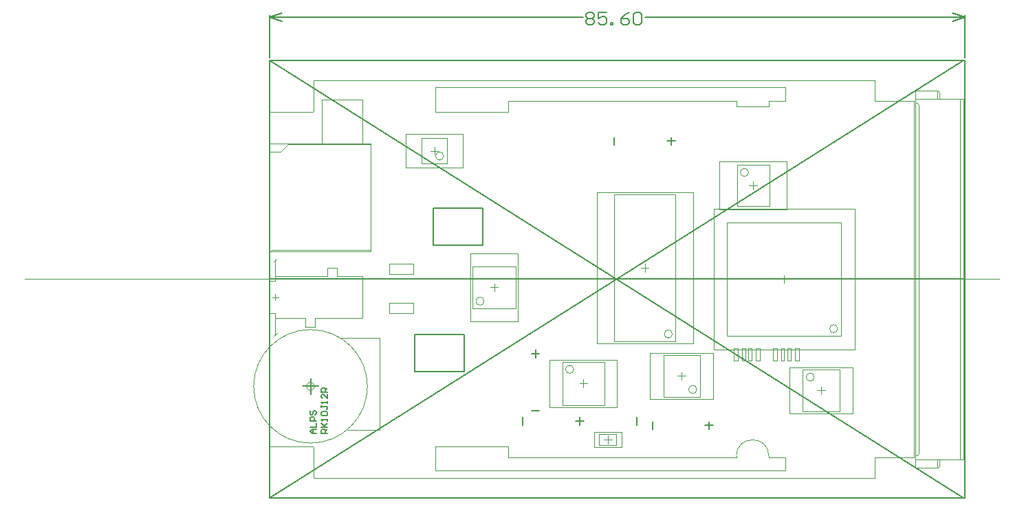
<source format=gko>
G04*
G04 #@! TF.GenerationSoftware,Altium Limited,Altium Designer,18.0.7 (293)*
G04*
G04 Layer_Color=16711935*
%FSLAX25Y25*%
%MOIN*%
G70*
G01*
G75*
%ADD14C,0.00591*%
%ADD15C,0.00591*%
%ADD16C,0.00800*%
%ADD18C,0.00394*%
%ADD19C,0.00197*%
%ADD20C,0.00600*%
D14*
X-312823Y94500D02*
X-312811Y94488D01*
X-312823Y-0D02*
X24185D01*
X-312823Y106299D02*
X23398Y-106299D01*
X-312823D02*
X23398Y106299D01*
X-312823D02*
X24185D01*
Y-106299D02*
Y106299D01*
X-312823Y-106299D02*
Y106299D01*
Y-106299D02*
X24185D01*
X-296937Y-52000D02*
X-289063D01*
X-293000Y-55937D02*
Y-48063D01*
D15*
X-218500Y-45000D02*
Y-27000D01*
X-242500Y-27000D02*
X-218500D01*
X-242500Y-45000D02*
Y-27000D01*
X-242500Y-45000D02*
X-218500D01*
X-233500Y34500D02*
X-233500Y34500D01*
X-209500D01*
X-209500Y34500D02*
X-209500Y34500D01*
X-209500Y16500D02*
Y34500D01*
X-233500Y16500D02*
X-209500D01*
X-233500D02*
X-233500Y16500D01*
Y34500D01*
D16*
X-290264Y-74822D02*
X-292263D01*
X-293263Y-73822D01*
X-292263Y-72823D01*
X-290264D01*
X-291763D01*
Y-74822D01*
X-293263Y-71823D02*
X-290264D01*
Y-69824D01*
Y-68824D02*
X-293263D01*
Y-67325D01*
X-292763Y-66825D01*
X-291763D01*
X-291263Y-67325D01*
Y-68824D01*
X-292763Y-63826D02*
X-293263Y-64325D01*
Y-65325D01*
X-292763Y-65825D01*
X-292263D01*
X-291763Y-65325D01*
Y-64325D01*
X-291263Y-63826D01*
X-290764D01*
X-290264Y-64325D01*
Y-65325D01*
X-290764Y-65825D01*
X-284745Y-74822D02*
X-287744D01*
Y-73322D01*
X-287244Y-72823D01*
X-286244D01*
X-285745Y-73322D01*
Y-74822D01*
Y-73822D02*
X-284745Y-72823D01*
X-287744Y-71823D02*
X-284745D01*
X-285745D01*
X-287744Y-69824D01*
X-286244Y-71323D01*
X-284745Y-69824D01*
Y-68824D02*
Y-67824D01*
Y-68324D01*
X-287744D01*
X-287244Y-68824D01*
Y-66325D02*
X-287744Y-65825D01*
Y-64825D01*
X-287244Y-64325D01*
X-285245D01*
X-284745Y-64825D01*
Y-65825D01*
X-285245Y-66325D01*
X-287244D01*
X-287744Y-61326D02*
Y-62326D01*
Y-61826D01*
X-285245D01*
X-284745Y-62326D01*
Y-62826D01*
X-285245Y-63326D01*
X-284745Y-60327D02*
Y-59327D01*
Y-59827D01*
X-287744D01*
X-287244Y-60327D01*
X-284745Y-55828D02*
Y-57828D01*
X-286744Y-55828D01*
X-287244D01*
X-287744Y-56328D01*
Y-57328D01*
X-287244Y-57828D01*
X-284745Y-54829D02*
X-287744D01*
Y-53329D01*
X-287244Y-52829D01*
X-286244D01*
X-285745Y-53329D01*
Y-54829D01*
Y-53829D02*
X-284745Y-52829D01*
X-118252Y65031D02*
Y68968D01*
X-120220Y67000D02*
X-116284D01*
X-145811Y65031D02*
Y68968D01*
X-99752Y-72969D02*
Y-69032D01*
X-101720Y-71000D02*
X-97783D01*
X-127311Y-72969D02*
Y-69032D01*
X-185968Y-36252D02*
X-182032D01*
X-184000Y-38221D02*
Y-34284D01*
X-185968Y-63811D02*
X-182032D01*
X-162548Y-70868D02*
Y-66931D01*
X-164516Y-68900D02*
X-160580D01*
X-134989Y-70868D02*
Y-66931D01*
X-162552Y-70868D02*
Y-66931D01*
X-164521Y-68900D02*
X-160583D01*
X-190111Y-70868D02*
Y-66931D01*
D18*
X-70866Y-85827D02*
G03*
X-86614Y-85827I-7874J0D01*
G01*
X-307677Y61823D02*
X-304000Y65500D01*
X-313000Y61823D02*
X-307677D01*
X-313000D02*
Y81201D01*
X-304000Y65500D02*
X-264000D01*
Y14000D02*
Y65500D01*
X-312000Y14000D02*
X-264000D01*
X-313000Y13000D02*
X-312000Y14000D01*
X-313000Y-862D02*
Y13000D01*
X-291701Y-81201D02*
X-291500Y-81402D01*
Y-96457D02*
Y-81402D01*
X-310098Y-18972D02*
Y-16610D01*
X-313000D02*
X-310098D01*
Y-18972D02*
X-295532D01*
X-313000Y-862D02*
X-310098D01*
Y1500D01*
X-291701Y81201D02*
X-291500Y81402D01*
X-313000Y-40600D02*
Y-16610D01*
X-295532Y-23106D02*
Y-18972D01*
Y-23106D02*
X-290807D01*
Y-18972D01*
X-267972D01*
Y1500D01*
X-280177D02*
X-267972D01*
X-280177D02*
Y5634D01*
X-284902D02*
X-280177D01*
X-284902Y1500D02*
Y5634D01*
X-310098Y1500D02*
X-284902D01*
X-313000Y-81201D02*
Y-40600D01*
X-232445Y96457D02*
X-59543D01*
X-232445Y93000D02*
X-63000D01*
X-232445Y81201D02*
Y93000D01*
X-291500Y96457D02*
X-232445D01*
X-63000Y86614D02*
Y93000D01*
X-59543Y96457D02*
X-19685D01*
X-63000Y-93000D02*
Y-86614D01*
X-291500Y-96457D02*
X-19685D01*
X-232445Y-93000D02*
Y-81201D01*
Y-93000D02*
X-63000D01*
X-19685Y86614D02*
X-500D01*
X-19685Y-86614D02*
X-500D01*
X-218500Y-45000D02*
Y-27000D01*
X-242500D02*
X-218500D01*
X-242500Y-45000D02*
Y-27000D01*
Y-45000D02*
X-218500D01*
X-233500Y34500D02*
X-233500Y34500D01*
X-209500D01*
Y16500D02*
Y34500D01*
X-209500Y16500D02*
X-209500Y16500D01*
X-233500Y16500D02*
X-209500D01*
X-233500D02*
Y34500D01*
X-63000Y86614D02*
X-63000Y86614D01*
X-70866Y86614D02*
X-63000D01*
X-19685Y86614D02*
Y96457D01*
X-70866Y-86614D02*
X-63000D01*
X-19685Y-96457D02*
Y-86614D01*
X-232445Y81201D02*
X-197244D01*
X-313000D02*
X-291701D01*
X-291500Y81402D02*
Y96457D01*
X-232445Y-81201D02*
X-197244D01*
X-313000D02*
X-291701D01*
X-197244Y81201D02*
Y86614D01*
Y-86614D02*
X-86614D01*
X-70866D02*
Y-85827D01*
X-86614Y-86614D02*
Y-85827D01*
X-197244Y-86614D02*
Y-81201D01*
X-500Y86614D02*
X-500Y-86614D01*
X-197244Y86614D02*
X-86614D01*
X-70866Y83858D02*
Y86614D01*
X-86614Y83858D02*
Y86614D01*
Y83858D02*
X-70866D01*
X-265441Y-52000D02*
G03*
X-265441Y-52000I-27559J0D01*
G01*
X-291032D02*
G03*
X-291032Y-52000I-1969J0D01*
G01*
X-117614Y-26587D02*
G03*
X-117614Y-26587I-1969J0D01*
G01*
X-228472Y59741D02*
G03*
X-228472Y59741I-1969J0D01*
G01*
X-208921Y-10693D02*
G03*
X-208921Y-10693I-1969J0D01*
G01*
X-48847Y-47504D02*
G03*
X-48847Y-47504I-1969J0D01*
G01*
X-105816Y-53496D02*
G03*
X-105816Y-53496I-1969J0D01*
G01*
X-80762Y51799D02*
G03*
X-80762Y51799I-1969J0D01*
G01*
X-165424Y-43710D02*
G03*
X-165424Y-43710I-1969J0D01*
G01*
X-37516Y-24016D02*
G03*
X-37516Y-24016I-1969J0D01*
G01*
X-431500Y0D02*
X40945Y-0D01*
X-313213Y13500D02*
Y65665D01*
X-264000D01*
Y13500D02*
Y65665D01*
X-313213Y13500D02*
X-264000D01*
X-267936Y65664D02*
Y87318D01*
X-287622D02*
X-267936D01*
X-287622Y65787D02*
Y87318D01*
Y65787D02*
X-287500Y65665D01*
X-259535Y-73063D02*
Y-28378D01*
X-275284Y-73063D02*
X-259535D01*
X-278827Y-28378D02*
X-259535D01*
X-145961Y41130D02*
X-116039D01*
X-145961Y-30130D02*
X-116039D01*
X-145961D02*
Y41130D01*
X-116039Y-30130D02*
Y41130D01*
X-226898Y56197D02*
Y68402D01*
X-239102Y56197D02*
Y68402D01*
Y56197D02*
X-226898D01*
X-239102Y68402D02*
X-226898D01*
X-193567Y-14236D02*
Y6236D01*
X-214433Y-14236D02*
Y6236D01*
X-193567D01*
X-214433Y-14236D02*
X-193567D01*
X-254748Y7480D02*
X-243252D01*
X-254748Y2362D02*
X-243252D01*
Y7480D01*
X-254748Y2362D02*
Y7480D01*
X-243252D01*
X-254748Y2362D02*
X-243252D01*
Y7480D01*
X-254748Y2362D02*
Y7480D01*
Y2362D02*
Y7480D01*
X-243252Y2362D02*
Y7480D01*
X-254748Y2362D02*
X-243252D01*
X-254748Y7480D02*
X-243252D01*
X-254748Y-16559D02*
X-243252D01*
X-254748Y-11441D02*
X-243252D01*
X-254748Y-16559D02*
Y-11441D01*
X-243252Y-16559D02*
Y-11441D01*
X-254748Y-16559D02*
X-243252D01*
X-254748Y-11441D02*
X-243252D01*
X-254748Y-16559D02*
Y-11441D01*
X-243252Y-16559D02*
Y-11441D01*
Y-16559D02*
Y-11441D01*
X-254748Y-16559D02*
Y-11441D01*
X-243252D01*
X-254748Y-16559D02*
X-243252D01*
X-54358Y-64039D02*
Y-43961D01*
X-36642Y-64039D02*
Y-43961D01*
X-54358D02*
X-36642D01*
X-54358Y-64039D02*
X-36642D01*
X-104242Y-57039D02*
Y-36961D01*
X-121958Y-57039D02*
Y-36961D01*
Y-57039D02*
X-104242D01*
X-121958Y-36961D02*
X-104242D01*
X-86274Y35658D02*
X-70526D01*
X-86274Y55343D02*
X-70526D01*
Y35658D02*
Y55343D01*
X-86274Y35658D02*
Y55343D01*
X-153034Y-80359D02*
X-144766D01*
X-153034Y-75241D02*
X-144766D01*
Y-80359D02*
Y-75241D01*
X-153034Y-80359D02*
Y-75241D01*
X-310886Y-27634D02*
X-309311Y-26059D01*
X-310886Y8587D02*
X-309311Y10161D01*
X-310098Y1500D02*
Y9374D01*
Y-26847D02*
Y-18972D01*
X-290807D02*
X-267972D01*
X-290807Y-23106D02*
Y-18972D01*
X-295532Y-23106D02*
X-290807D01*
X-295532D02*
Y-18972D01*
X-310098D02*
X-295532D01*
X-310098Y1500D02*
X-284902D01*
Y5634D01*
X-280177D01*
Y1500D02*
Y5634D01*
Y1500D02*
X-267972D01*
Y-18972D02*
Y1500D01*
X-170936Y-61033D02*
X-150464D01*
X-170936Y-40167D02*
X-150464D01*
Y-61033D02*
Y-40167D01*
X-170936Y-61033D02*
Y-40167D01*
X-91059Y-27559D02*
X-35941D01*
X-91059Y27559D02*
X-35941D01*
Y-27559D02*
Y27559D01*
X-91059Y-27559D02*
Y27559D01*
X0Y-85630D02*
X984D01*
X1969Y-84646D01*
Y0D01*
Y84646D01*
X984Y85630D02*
X1969Y84646D01*
X0Y85630D02*
X984D01*
X0Y-91339D02*
X10827D01*
X11024D01*
X11811Y-90551D01*
Y-87402D01*
Y87402D02*
X11811Y87402D01*
X11811Y87402D02*
Y90551D01*
X11024Y91339D02*
X11811Y90551D01*
X10827Y91339D02*
X11024D01*
X0D02*
X10827D01*
X23622Y-87402D02*
Y87402D01*
X0Y-87402D02*
X23622D01*
X0Y87402D02*
X23622D01*
X0Y-91339D02*
Y91339D01*
X21850Y-87402D02*
Y87402D01*
X10827Y-91240D02*
Y-87598D01*
Y-91240D02*
X10925Y-91339D01*
X10827Y87402D02*
Y91339D01*
X-14764Y0D02*
X25591D01*
X-131000Y3531D02*
Y7468D01*
X-132968Y5500D02*
X-129032D01*
X-234968Y62300D02*
X-231031D01*
X-233000Y60331D02*
Y64268D01*
X-205968Y-4000D02*
X-202031D01*
X-204000Y-5968D02*
Y-2032D01*
X-47469Y-54000D02*
X-43532D01*
X-45500Y-55968D02*
Y-52031D01*
X-115068Y-47000D02*
X-111132D01*
X-113100Y-48968D02*
Y-45031D01*
X-78400Y43532D02*
Y47469D01*
X-80369Y45500D02*
X-76432D01*
X-148900Y-79769D02*
Y-75832D01*
X-150868Y-77800D02*
X-146932D01*
X-310098Y-10311D02*
Y-7161D01*
X-311673Y-8736D02*
X-308524D01*
X-160700Y-52569D02*
Y-48632D01*
X-162669Y-50600D02*
X-158731D01*
X-63500Y-1969D02*
Y1969D01*
X-65469Y0D02*
X-61532D01*
D19*
X-68899Y-33350D02*
X-66931Y-33350D01*
X-64962Y-33350D02*
X-63387D01*
X-61813D02*
X-60238D01*
X-58269D02*
X-56300Y-33350D01*
X-58269Y-39650D02*
X-56300Y-39649D01*
X-61813Y-39650D02*
X-60238D01*
X-64962Y-39650D02*
X-63387D01*
X-68899Y-39649D02*
X-66931Y-39650D01*
Y-33350D01*
X-64962Y-39650D02*
Y-33350D01*
X-63387Y-39650D02*
Y-33350D01*
X-61813Y-39650D02*
X-61813Y-33350D01*
X-60238D02*
X-60238Y-39650D01*
X-58269Y-39650D02*
Y-33350D01*
X-68899Y-39649D02*
Y-33350D01*
X-56300Y-39649D02*
Y-33350D01*
X-87799D02*
X-85831Y-33350D01*
X-83862Y-33350D02*
X-82287D01*
X-80713Y-33350D02*
X-79138D01*
X-77169Y-33350D02*
X-75200Y-33350D01*
X-77169Y-39650D02*
X-75200Y-39649D01*
X-80713Y-39650D02*
X-79138D01*
X-83862D02*
X-82287Y-39650D01*
X-87799Y-39649D02*
X-85831Y-39650D01*
Y-33350D01*
X-83862Y-33350D02*
X-83862Y-39650D01*
X-82287Y-39650D02*
Y-33350D01*
X-80713Y-39650D02*
Y-33350D01*
X-79138Y-39650D02*
Y-33350D01*
X-77169Y-39650D02*
Y-33350D01*
X-87799Y-39649D02*
Y-33350D01*
X-75200Y-39649D02*
Y-33350D01*
X-154327Y42114D02*
X-107673D01*
X-154327Y-31114D02*
X-107673D01*
X-154327D02*
Y42114D01*
X-107673Y-31114D02*
Y42114D01*
X-219024Y54229D02*
Y70370D01*
X-246976Y54229D02*
Y70370D01*
Y54229D02*
X-219024D01*
X-246976Y70370D02*
X-219024D01*
X-192583Y-20339D02*
Y12339D01*
X-215417Y-20339D02*
Y12339D01*
X-192583D01*
X-215417Y-20339D02*
X-192583D01*
X-60854Y-65024D02*
Y-42976D01*
X-30146Y-65024D02*
Y-42976D01*
X-60854D02*
X-30146D01*
X-60854Y-65024D02*
X-30146D01*
X-97746Y-58024D02*
Y-35976D01*
X-128454Y-58024D02*
Y-35976D01*
Y-58024D02*
X-97746D01*
X-128454Y-35976D02*
X-97746D01*
X-94739Y33689D02*
X-62061D01*
X-94739Y57311D02*
X-62061D01*
Y33689D02*
Y57311D01*
X-94739Y33689D02*
Y57311D01*
X-155593Y-81540D02*
X-142207D01*
X-155593Y-74060D02*
X-142207D01*
Y-81540D02*
Y-74060D01*
X-155593Y-81540D02*
Y-74060D01*
X-177039Y-62017D02*
X-144361D01*
X-177039Y-39183D02*
X-144361D01*
Y-62017D02*
Y-39183D01*
X-177039Y-62017D02*
Y-39183D01*
X-97654Y-34154D02*
X-29346D01*
X-97654Y34154D02*
X-29346D01*
Y-34154D02*
Y34154D01*
X-97654Y-34154D02*
Y34154D01*
D20*
X18185Y125000D02*
X24185Y127000D01*
X18185Y129000D02*
X24185Y127000D01*
X-312823D02*
X-306823Y129000D01*
X-312823Y127000D02*
X-306823Y125000D01*
X-130823Y127000D02*
X24185D01*
X-312823D02*
X-161014D01*
X24185Y107595D02*
Y128000D01*
X-312823Y107595D02*
Y128000D01*
X-159415Y128399D02*
X-158415Y129399D01*
X-156415D01*
X-155416Y128399D01*
Y127400D01*
X-156415Y126400D01*
X-155416Y125400D01*
Y124401D01*
X-156415Y123401D01*
X-158415D01*
X-159415Y124401D01*
Y125400D01*
X-158415Y126400D01*
X-159415Y127400D01*
Y128399D01*
X-158415Y126400D02*
X-156415D01*
X-149418Y129399D02*
X-153417D01*
Y126400D01*
X-151417Y127400D01*
X-150417D01*
X-149418Y126400D01*
Y124401D01*
X-150417Y123401D01*
X-152417D01*
X-153417Y124401D01*
X-147418Y123401D02*
Y124401D01*
X-146419D01*
Y123401D01*
X-147418D01*
X-138421Y129399D02*
X-140421Y128399D01*
X-142420Y126400D01*
Y124401D01*
X-141420Y123401D01*
X-139421D01*
X-138421Y124401D01*
Y125400D01*
X-139421Y126400D01*
X-142420D01*
X-136422Y128399D02*
X-135422Y129399D01*
X-133423D01*
X-132423Y128399D01*
Y124401D01*
X-133423Y123401D01*
X-135422D01*
X-136422Y124401D01*
Y128399D01*
M02*

</source>
